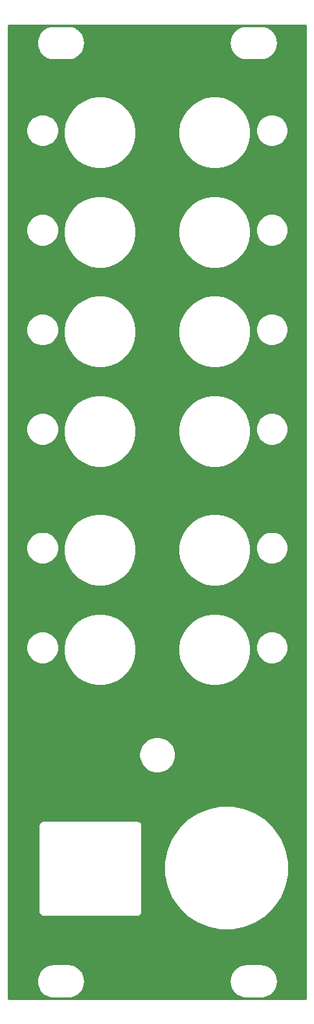
<source format=gbr>
G04 #@! TF.GenerationSoftware,KiCad,Pcbnew,(5.1.4)-1*
G04 #@! TF.CreationDate,2019-11-26T14:43:03+00:00*
G04 #@! TF.ProjectId,MidiMonger_panel,4d696469-4d6f-46e6-9765-725f70616e65,rev?*
G04 #@! TF.SameCoordinates,Original*
G04 #@! TF.FileFunction,Copper,L2,Bot*
G04 #@! TF.FilePolarity,Positive*
%FSLAX46Y46*%
G04 Gerber Fmt 4.6, Leading zero omitted, Abs format (unit mm)*
G04 Created by KiCad (PCBNEW (5.1.4)-1) date 2019-11-26 14:43:03*
%MOMM*%
%LPD*%
G04 APERTURE LIST*
%ADD10C,0.254000*%
G04 APERTURE END LIST*
D10*
G36*
X135440001Y-158590000D02*
G01*
X96560000Y-158590000D01*
X96560000Y-156300000D01*
X100254186Y-156300000D01*
X100297339Y-156738137D01*
X100425138Y-157159436D01*
X100632674Y-157547707D01*
X100911970Y-157888030D01*
X101252293Y-158167326D01*
X101640564Y-158374862D01*
X102061863Y-158502661D01*
X102390204Y-158535000D01*
X104409796Y-158535000D01*
X104738137Y-158502661D01*
X105159436Y-158374862D01*
X105547707Y-158167326D01*
X105888030Y-157888030D01*
X106167326Y-157547707D01*
X106374862Y-157159436D01*
X106502661Y-156738137D01*
X106545814Y-156300000D01*
X125454186Y-156300000D01*
X125497339Y-156738137D01*
X125625138Y-157159436D01*
X125832674Y-157547707D01*
X126111970Y-157888030D01*
X126452293Y-158167326D01*
X126840564Y-158374862D01*
X127261863Y-158502661D01*
X127590204Y-158535000D01*
X129609796Y-158535000D01*
X129938137Y-158502661D01*
X130359436Y-158374862D01*
X130747707Y-158167326D01*
X131088030Y-157888030D01*
X131367326Y-157547707D01*
X131574862Y-157159436D01*
X131702661Y-156738137D01*
X131745814Y-156300000D01*
X131702661Y-155861863D01*
X131574862Y-155440564D01*
X131367326Y-155052293D01*
X131088030Y-154711970D01*
X130747707Y-154432674D01*
X130359436Y-154225138D01*
X129938137Y-154097339D01*
X129609796Y-154065000D01*
X127590204Y-154065000D01*
X127261863Y-154097339D01*
X126840564Y-154225138D01*
X126452293Y-154432674D01*
X126111970Y-154711970D01*
X125832674Y-155052293D01*
X125625138Y-155440564D01*
X125497339Y-155861863D01*
X125454186Y-156300000D01*
X106545814Y-156300000D01*
X106502661Y-155861863D01*
X106374862Y-155440564D01*
X106167326Y-155052293D01*
X105888030Y-154711970D01*
X105547707Y-154432674D01*
X105159436Y-154225138D01*
X104738137Y-154097339D01*
X104409796Y-154065000D01*
X102390204Y-154065000D01*
X102061863Y-154097339D01*
X101640564Y-154225138D01*
X101252293Y-154432674D01*
X100911970Y-154711970D01*
X100632674Y-155052293D01*
X100425138Y-155440564D01*
X100297339Y-155861863D01*
X100254186Y-156300000D01*
X96560000Y-156300000D01*
X96560000Y-136000000D01*
X100461686Y-136000000D01*
X100465001Y-136033657D01*
X100465000Y-147166353D01*
X100461686Y-147200000D01*
X100474912Y-147334283D01*
X100514081Y-147463406D01*
X100577688Y-147582407D01*
X100663289Y-147686711D01*
X100767593Y-147772312D01*
X100886594Y-147835919D01*
X101015717Y-147875088D01*
X101150000Y-147888314D01*
X101183647Y-147885000D01*
X113316353Y-147885000D01*
X113350000Y-147888314D01*
X113484283Y-147875088D01*
X113613406Y-147835919D01*
X113732407Y-147772312D01*
X113836711Y-147686711D01*
X113922312Y-147582407D01*
X113985919Y-147463406D01*
X114025088Y-147334283D01*
X114035000Y-147233647D01*
X114035000Y-147233646D01*
X114038314Y-147200000D01*
X114035000Y-147166353D01*
X114035000Y-140698772D01*
X116915000Y-140698772D01*
X116915000Y-142301228D01*
X117227623Y-143872892D01*
X117840856Y-145353368D01*
X118731133Y-146685760D01*
X119864240Y-147818867D01*
X121196632Y-148709144D01*
X122677108Y-149322377D01*
X124248772Y-149635000D01*
X125851228Y-149635000D01*
X127422892Y-149322377D01*
X128903368Y-148709144D01*
X130235760Y-147818867D01*
X131368867Y-146685760D01*
X132259144Y-145353368D01*
X132872377Y-143872892D01*
X133185000Y-142301228D01*
X133185000Y-140698772D01*
X132872377Y-139127108D01*
X132259144Y-137646632D01*
X131368867Y-136314240D01*
X130235760Y-135181133D01*
X128903368Y-134290856D01*
X127422892Y-133677623D01*
X125851228Y-133365000D01*
X124248772Y-133365000D01*
X122677108Y-133677623D01*
X121196632Y-134290856D01*
X119864240Y-135181133D01*
X118731133Y-136314240D01*
X117840856Y-137646632D01*
X117227623Y-139127108D01*
X116915000Y-140698772D01*
X114035000Y-140698772D01*
X114035000Y-136033647D01*
X114038314Y-136000000D01*
X114025088Y-135865717D01*
X113985919Y-135736594D01*
X113922312Y-135617593D01*
X113836711Y-135513289D01*
X113732407Y-135427688D01*
X113613406Y-135364081D01*
X113484283Y-135324912D01*
X113383647Y-135315000D01*
X113350000Y-135311686D01*
X113316353Y-135315000D01*
X101183647Y-135315000D01*
X101150000Y-135311686D01*
X101116353Y-135315000D01*
X101015717Y-135324912D01*
X100886594Y-135364081D01*
X100767593Y-135427688D01*
X100663289Y-135513289D01*
X100577688Y-135617593D01*
X100514081Y-135736594D01*
X100474912Y-135865717D01*
X100461686Y-136000000D01*
X96560000Y-136000000D01*
X96560000Y-126515098D01*
X113615000Y-126515098D01*
X113615000Y-126984902D01*
X113706654Y-127445679D01*
X113886440Y-127879721D01*
X114147450Y-128270349D01*
X114479651Y-128602550D01*
X114870279Y-128863560D01*
X115304321Y-129043346D01*
X115765098Y-129135000D01*
X116234902Y-129135000D01*
X116695679Y-129043346D01*
X117129721Y-128863560D01*
X117520349Y-128602550D01*
X117852550Y-128270349D01*
X118113560Y-127879721D01*
X118293346Y-127445679D01*
X118385000Y-126984902D01*
X118385000Y-126515098D01*
X118293346Y-126054321D01*
X118113560Y-125620279D01*
X117852550Y-125229651D01*
X117520349Y-124897450D01*
X117129721Y-124636440D01*
X116695679Y-124456654D01*
X116234902Y-124365000D01*
X115765098Y-124365000D01*
X115304321Y-124456654D01*
X114870279Y-124636440D01*
X114479651Y-124897450D01*
X114147450Y-125229651D01*
X113886440Y-125620279D01*
X113706654Y-126054321D01*
X113615000Y-126515098D01*
X96560000Y-126515098D01*
X96560000Y-112528721D01*
X98865000Y-112528721D01*
X98865000Y-112949279D01*
X98947047Y-113361756D01*
X99107988Y-113750302D01*
X99341637Y-114099983D01*
X99639017Y-114397363D01*
X99988698Y-114631012D01*
X100377244Y-114791953D01*
X100789721Y-114874000D01*
X101210279Y-114874000D01*
X101622756Y-114791953D01*
X102011302Y-114631012D01*
X102360983Y-114397363D01*
X102658363Y-114099983D01*
X102892012Y-113750302D01*
X103052953Y-113361756D01*
X103135000Y-112949279D01*
X103135000Y-112533643D01*
X103765000Y-112533643D01*
X103765000Y-113466357D01*
X103946963Y-114381149D01*
X104303897Y-115242864D01*
X104822085Y-116018387D01*
X105481613Y-116677915D01*
X106257136Y-117196103D01*
X107118851Y-117553037D01*
X108033643Y-117735000D01*
X108966357Y-117735000D01*
X109881149Y-117553037D01*
X110742864Y-117196103D01*
X111518387Y-116677915D01*
X112177915Y-116018387D01*
X112696103Y-115242864D01*
X113053037Y-114381149D01*
X113235000Y-113466357D01*
X113235000Y-112533643D01*
X118765000Y-112533643D01*
X118765000Y-113466357D01*
X118946963Y-114381149D01*
X119303897Y-115242864D01*
X119822085Y-116018387D01*
X120481613Y-116677915D01*
X121257136Y-117196103D01*
X122118851Y-117553037D01*
X123033643Y-117735000D01*
X123966357Y-117735000D01*
X124881149Y-117553037D01*
X125742864Y-117196103D01*
X126518387Y-116677915D01*
X127177915Y-116018387D01*
X127696103Y-115242864D01*
X128053037Y-114381149D01*
X128235000Y-113466357D01*
X128235000Y-112533643D01*
X128234021Y-112528721D01*
X128866200Y-112528721D01*
X128866200Y-112949279D01*
X128948247Y-113361756D01*
X129109188Y-113750302D01*
X129342837Y-114099983D01*
X129640217Y-114397363D01*
X129989898Y-114631012D01*
X130378444Y-114791953D01*
X130790921Y-114874000D01*
X131211479Y-114874000D01*
X131623956Y-114791953D01*
X132012502Y-114631012D01*
X132362183Y-114397363D01*
X132659563Y-114099983D01*
X132893212Y-113750302D01*
X133054153Y-113361756D01*
X133136200Y-112949279D01*
X133136200Y-112528721D01*
X133054153Y-112116244D01*
X132893212Y-111727698D01*
X132659563Y-111378017D01*
X132362183Y-111080637D01*
X132012502Y-110846988D01*
X131623956Y-110686047D01*
X131211479Y-110604000D01*
X130790921Y-110604000D01*
X130378444Y-110686047D01*
X129989898Y-110846988D01*
X129640217Y-111080637D01*
X129342837Y-111378017D01*
X129109188Y-111727698D01*
X128948247Y-112116244D01*
X128866200Y-112528721D01*
X128234021Y-112528721D01*
X128053037Y-111618851D01*
X127696103Y-110757136D01*
X127177915Y-109981613D01*
X126518387Y-109322085D01*
X125742864Y-108803897D01*
X124881149Y-108446963D01*
X123966357Y-108265000D01*
X123033643Y-108265000D01*
X122118851Y-108446963D01*
X121257136Y-108803897D01*
X120481613Y-109322085D01*
X119822085Y-109981613D01*
X119303897Y-110757136D01*
X118946963Y-111618851D01*
X118765000Y-112533643D01*
X113235000Y-112533643D01*
X113053037Y-111618851D01*
X112696103Y-110757136D01*
X112177915Y-109981613D01*
X111518387Y-109322085D01*
X110742864Y-108803897D01*
X109881149Y-108446963D01*
X108966357Y-108265000D01*
X108033643Y-108265000D01*
X107118851Y-108446963D01*
X106257136Y-108803897D01*
X105481613Y-109322085D01*
X104822085Y-109981613D01*
X104303897Y-110757136D01*
X103946963Y-111618851D01*
X103765000Y-112533643D01*
X103135000Y-112533643D01*
X103135000Y-112528721D01*
X103052953Y-112116244D01*
X102892012Y-111727698D01*
X102658363Y-111378017D01*
X102360983Y-111080637D01*
X102011302Y-110846988D01*
X101622756Y-110686047D01*
X101210279Y-110604000D01*
X100789721Y-110604000D01*
X100377244Y-110686047D01*
X99988698Y-110846988D01*
X99639017Y-111080637D01*
X99341637Y-111378017D01*
X99107988Y-111727698D01*
X98947047Y-112116244D01*
X98865000Y-112528721D01*
X96560000Y-112528721D01*
X96560000Y-99523921D01*
X98865000Y-99523921D01*
X98865000Y-99944479D01*
X98947047Y-100356956D01*
X99107988Y-100745502D01*
X99341637Y-101095183D01*
X99639017Y-101392563D01*
X99988698Y-101626212D01*
X100377244Y-101787153D01*
X100789721Y-101869200D01*
X101210279Y-101869200D01*
X101622756Y-101787153D01*
X102011302Y-101626212D01*
X102360983Y-101392563D01*
X102658363Y-101095183D01*
X102892012Y-100745502D01*
X103052953Y-100356956D01*
X103135000Y-99944479D01*
X103135000Y-99533643D01*
X103765000Y-99533643D01*
X103765000Y-100466357D01*
X103946963Y-101381149D01*
X104303897Y-102242864D01*
X104822085Y-103018387D01*
X105481613Y-103677915D01*
X106257136Y-104196103D01*
X107118851Y-104553037D01*
X108033643Y-104735000D01*
X108966357Y-104735000D01*
X109881149Y-104553037D01*
X110742864Y-104196103D01*
X111518387Y-103677915D01*
X112177915Y-103018387D01*
X112696103Y-102242864D01*
X113053037Y-101381149D01*
X113235000Y-100466357D01*
X113235000Y-99533643D01*
X118765000Y-99533643D01*
X118765000Y-100466357D01*
X118946963Y-101381149D01*
X119303897Y-102242864D01*
X119822085Y-103018387D01*
X120481613Y-103677915D01*
X121257136Y-104196103D01*
X122118851Y-104553037D01*
X123033643Y-104735000D01*
X123966357Y-104735000D01*
X124881149Y-104553037D01*
X125742864Y-104196103D01*
X126518387Y-103677915D01*
X127177915Y-103018387D01*
X127696103Y-102242864D01*
X128053037Y-101381149D01*
X128235000Y-100466357D01*
X128235000Y-99533643D01*
X128233067Y-99523921D01*
X128866200Y-99523921D01*
X128866200Y-99944479D01*
X128948247Y-100356956D01*
X129109188Y-100745502D01*
X129342837Y-101095183D01*
X129640217Y-101392563D01*
X129989898Y-101626212D01*
X130378444Y-101787153D01*
X130790921Y-101869200D01*
X131211479Y-101869200D01*
X131623956Y-101787153D01*
X132012502Y-101626212D01*
X132362183Y-101392563D01*
X132659563Y-101095183D01*
X132893212Y-100745502D01*
X133054153Y-100356956D01*
X133136200Y-99944479D01*
X133136200Y-99523921D01*
X133054153Y-99111444D01*
X132893212Y-98722898D01*
X132659563Y-98373217D01*
X132362183Y-98075837D01*
X132012502Y-97842188D01*
X131623956Y-97681247D01*
X131211479Y-97599200D01*
X130790921Y-97599200D01*
X130378444Y-97681247D01*
X129989898Y-97842188D01*
X129640217Y-98075837D01*
X129342837Y-98373217D01*
X129109188Y-98722898D01*
X128948247Y-99111444D01*
X128866200Y-99523921D01*
X128233067Y-99523921D01*
X128053037Y-98618851D01*
X127696103Y-97757136D01*
X127177915Y-96981613D01*
X126518387Y-96322085D01*
X125742864Y-95803897D01*
X124881149Y-95446963D01*
X123966357Y-95265000D01*
X123033643Y-95265000D01*
X122118851Y-95446963D01*
X121257136Y-95803897D01*
X120481613Y-96322085D01*
X119822085Y-96981613D01*
X119303897Y-97757136D01*
X118946963Y-98618851D01*
X118765000Y-99533643D01*
X113235000Y-99533643D01*
X113053037Y-98618851D01*
X112696103Y-97757136D01*
X112177915Y-96981613D01*
X111518387Y-96322085D01*
X110742864Y-95803897D01*
X109881149Y-95446963D01*
X108966357Y-95265000D01*
X108033643Y-95265000D01*
X107118851Y-95446963D01*
X106257136Y-95803897D01*
X105481613Y-96322085D01*
X104822085Y-96981613D01*
X104303897Y-97757136D01*
X103946963Y-98618851D01*
X103765000Y-99533643D01*
X103135000Y-99533643D01*
X103135000Y-99523921D01*
X103052953Y-99111444D01*
X102892012Y-98722898D01*
X102658363Y-98373217D01*
X102360983Y-98075837D01*
X102011302Y-97842188D01*
X101622756Y-97681247D01*
X101210279Y-97599200D01*
X100789721Y-97599200D01*
X100377244Y-97681247D01*
X99988698Y-97842188D01*
X99639017Y-98075837D01*
X99341637Y-98373217D01*
X99107988Y-98722898D01*
X98947047Y-99111444D01*
X98865000Y-99523921D01*
X96560000Y-99523921D01*
X96560000Y-84011121D01*
X98865000Y-84011121D01*
X98865000Y-84431679D01*
X98947047Y-84844156D01*
X99107988Y-85232702D01*
X99341637Y-85582383D01*
X99639017Y-85879763D01*
X99988698Y-86113412D01*
X100377244Y-86274353D01*
X100789721Y-86356400D01*
X101210279Y-86356400D01*
X101622756Y-86274353D01*
X102011302Y-86113412D01*
X102360983Y-85879763D01*
X102658363Y-85582383D01*
X102892012Y-85232702D01*
X103052953Y-84844156D01*
X103135000Y-84431679D01*
X103135000Y-84033643D01*
X103765000Y-84033643D01*
X103765000Y-84966357D01*
X103946963Y-85881149D01*
X104303897Y-86742864D01*
X104822085Y-87518387D01*
X105481613Y-88177915D01*
X106257136Y-88696103D01*
X107118851Y-89053037D01*
X108033643Y-89235000D01*
X108966357Y-89235000D01*
X109881149Y-89053037D01*
X110742864Y-88696103D01*
X111518387Y-88177915D01*
X112177915Y-87518387D01*
X112696103Y-86742864D01*
X113053037Y-85881149D01*
X113235000Y-84966357D01*
X113235000Y-84033643D01*
X118765000Y-84033643D01*
X118765000Y-84966357D01*
X118946963Y-85881149D01*
X119303897Y-86742864D01*
X119822085Y-87518387D01*
X120481613Y-88177915D01*
X121257136Y-88696103D01*
X122118851Y-89053037D01*
X123033643Y-89235000D01*
X123966357Y-89235000D01*
X124881149Y-89053037D01*
X125742864Y-88696103D01*
X126518387Y-88177915D01*
X127177915Y-87518387D01*
X127696103Y-86742864D01*
X128053037Y-85881149D01*
X128235000Y-84966357D01*
X128235000Y-84033643D01*
X128230521Y-84011121D01*
X128866200Y-84011121D01*
X128866200Y-84431679D01*
X128948247Y-84844156D01*
X129109188Y-85232702D01*
X129342837Y-85582383D01*
X129640217Y-85879763D01*
X129989898Y-86113412D01*
X130378444Y-86274353D01*
X130790921Y-86356400D01*
X131211479Y-86356400D01*
X131623956Y-86274353D01*
X132012502Y-86113412D01*
X132362183Y-85879763D01*
X132659563Y-85582383D01*
X132893212Y-85232702D01*
X133054153Y-84844156D01*
X133136200Y-84431679D01*
X133136200Y-84011121D01*
X133054153Y-83598644D01*
X132893212Y-83210098D01*
X132659563Y-82860417D01*
X132362183Y-82563037D01*
X132012502Y-82329388D01*
X131623956Y-82168447D01*
X131211479Y-82086400D01*
X130790921Y-82086400D01*
X130378444Y-82168447D01*
X129989898Y-82329388D01*
X129640217Y-82563037D01*
X129342837Y-82860417D01*
X129109188Y-83210098D01*
X128948247Y-83598644D01*
X128866200Y-84011121D01*
X128230521Y-84011121D01*
X128053037Y-83118851D01*
X127696103Y-82257136D01*
X127177915Y-81481613D01*
X126518387Y-80822085D01*
X125742864Y-80303897D01*
X124881149Y-79946963D01*
X123966357Y-79765000D01*
X123033643Y-79765000D01*
X122118851Y-79946963D01*
X121257136Y-80303897D01*
X120481613Y-80822085D01*
X119822085Y-81481613D01*
X119303897Y-82257136D01*
X118946963Y-83118851D01*
X118765000Y-84033643D01*
X113235000Y-84033643D01*
X113053037Y-83118851D01*
X112696103Y-82257136D01*
X112177915Y-81481613D01*
X111518387Y-80822085D01*
X110742864Y-80303897D01*
X109881149Y-79946963D01*
X108966357Y-79765000D01*
X108033643Y-79765000D01*
X107118851Y-79946963D01*
X106257136Y-80303897D01*
X105481613Y-80822085D01*
X104822085Y-81481613D01*
X104303897Y-82257136D01*
X103946963Y-83118851D01*
X103765000Y-84033643D01*
X103135000Y-84033643D01*
X103135000Y-84011121D01*
X103052953Y-83598644D01*
X102892012Y-83210098D01*
X102658363Y-82860417D01*
X102360983Y-82563037D01*
X102011302Y-82329388D01*
X101622756Y-82168447D01*
X101210279Y-82086400D01*
X100789721Y-82086400D01*
X100377244Y-82168447D01*
X99988698Y-82329388D01*
X99639017Y-82563037D01*
X99341637Y-82860417D01*
X99107988Y-83210098D01*
X98947047Y-83598644D01*
X98865000Y-84011121D01*
X96560000Y-84011121D01*
X96560000Y-71031721D01*
X98865000Y-71031721D01*
X98865000Y-71452279D01*
X98947047Y-71864756D01*
X99107988Y-72253302D01*
X99341637Y-72602983D01*
X99639017Y-72900363D01*
X99988698Y-73134012D01*
X100377244Y-73294953D01*
X100789721Y-73377000D01*
X101210279Y-73377000D01*
X101622756Y-73294953D01*
X102011302Y-73134012D01*
X102360983Y-72900363D01*
X102658363Y-72602983D01*
X102892012Y-72253302D01*
X103052953Y-71864756D01*
X103135000Y-71452279D01*
X103135000Y-71033643D01*
X103765000Y-71033643D01*
X103765000Y-71966357D01*
X103946963Y-72881149D01*
X104303897Y-73742864D01*
X104822085Y-74518387D01*
X105481613Y-75177915D01*
X106257136Y-75696103D01*
X107118851Y-76053037D01*
X108033643Y-76235000D01*
X108966357Y-76235000D01*
X109881149Y-76053037D01*
X110742864Y-75696103D01*
X111518387Y-75177915D01*
X112177915Y-74518387D01*
X112696103Y-73742864D01*
X113053037Y-72881149D01*
X113235000Y-71966357D01*
X113235000Y-71033643D01*
X118765000Y-71033643D01*
X118765000Y-71966357D01*
X118946963Y-72881149D01*
X119303897Y-73742864D01*
X119822085Y-74518387D01*
X120481613Y-75177915D01*
X121257136Y-75696103D01*
X122118851Y-76053037D01*
X123033643Y-76235000D01*
X123966357Y-76235000D01*
X124881149Y-76053037D01*
X125742864Y-75696103D01*
X126518387Y-75177915D01*
X127177915Y-74518387D01*
X127696103Y-73742864D01*
X128053037Y-72881149D01*
X128235000Y-71966357D01*
X128235000Y-71033643D01*
X128229566Y-71006321D01*
X128866200Y-71006321D01*
X128866200Y-71426879D01*
X128948247Y-71839356D01*
X129109188Y-72227902D01*
X129342837Y-72577583D01*
X129640217Y-72874963D01*
X129989898Y-73108612D01*
X130378444Y-73269553D01*
X130790921Y-73351600D01*
X131211479Y-73351600D01*
X131623956Y-73269553D01*
X132012502Y-73108612D01*
X132362183Y-72874963D01*
X132659563Y-72577583D01*
X132893212Y-72227902D01*
X133054153Y-71839356D01*
X133136200Y-71426879D01*
X133136200Y-71006321D01*
X133054153Y-70593844D01*
X132893212Y-70205298D01*
X132659563Y-69855617D01*
X132362183Y-69558237D01*
X132012502Y-69324588D01*
X131623956Y-69163647D01*
X131211479Y-69081600D01*
X130790921Y-69081600D01*
X130378444Y-69163647D01*
X129989898Y-69324588D01*
X129640217Y-69558237D01*
X129342837Y-69855617D01*
X129109188Y-70205298D01*
X128948247Y-70593844D01*
X128866200Y-71006321D01*
X128229566Y-71006321D01*
X128053037Y-70118851D01*
X127696103Y-69257136D01*
X127177915Y-68481613D01*
X126518387Y-67822085D01*
X125742864Y-67303897D01*
X124881149Y-66946963D01*
X123966357Y-66765000D01*
X123033643Y-66765000D01*
X122118851Y-66946963D01*
X121257136Y-67303897D01*
X120481613Y-67822085D01*
X119822085Y-68481613D01*
X119303897Y-69257136D01*
X118946963Y-70118851D01*
X118765000Y-71033643D01*
X113235000Y-71033643D01*
X113053037Y-70118851D01*
X112696103Y-69257136D01*
X112177915Y-68481613D01*
X111518387Y-67822085D01*
X110742864Y-67303897D01*
X109881149Y-66946963D01*
X108966357Y-66765000D01*
X108033643Y-66765000D01*
X107118851Y-66946963D01*
X106257136Y-67303897D01*
X105481613Y-67822085D01*
X104822085Y-68481613D01*
X104303897Y-69257136D01*
X103946963Y-70118851D01*
X103765000Y-71033643D01*
X103135000Y-71033643D01*
X103135000Y-71031721D01*
X103052953Y-70619244D01*
X102892012Y-70230698D01*
X102658363Y-69881017D01*
X102360983Y-69583637D01*
X102011302Y-69349988D01*
X101622756Y-69189047D01*
X101210279Y-69107000D01*
X100789721Y-69107000D01*
X100377244Y-69189047D01*
X99988698Y-69349988D01*
X99639017Y-69583637D01*
X99341637Y-69881017D01*
X99107988Y-70230698D01*
X98947047Y-70619244D01*
X98865000Y-71031721D01*
X96560000Y-71031721D01*
X96560000Y-58026921D01*
X98868800Y-58026921D01*
X98868800Y-58447479D01*
X98950847Y-58859956D01*
X99111788Y-59248502D01*
X99345437Y-59598183D01*
X99642817Y-59895563D01*
X99992498Y-60129212D01*
X100381044Y-60290153D01*
X100793521Y-60372200D01*
X101214079Y-60372200D01*
X101626556Y-60290153D01*
X102015102Y-60129212D01*
X102364783Y-59895563D01*
X102662163Y-59598183D01*
X102895812Y-59248502D01*
X103056753Y-58859956D01*
X103138800Y-58447479D01*
X103138800Y-58033643D01*
X103765000Y-58033643D01*
X103765000Y-58966357D01*
X103946963Y-59881149D01*
X104303897Y-60742864D01*
X104822085Y-61518387D01*
X105481613Y-62177915D01*
X106257136Y-62696103D01*
X107118851Y-63053037D01*
X108033643Y-63235000D01*
X108966357Y-63235000D01*
X109881149Y-63053037D01*
X110742864Y-62696103D01*
X111518387Y-62177915D01*
X112177915Y-61518387D01*
X112696103Y-60742864D01*
X113053037Y-59881149D01*
X113235000Y-58966357D01*
X113235000Y-58033643D01*
X118765000Y-58033643D01*
X118765000Y-58966357D01*
X118946963Y-59881149D01*
X119303897Y-60742864D01*
X119822085Y-61518387D01*
X120481613Y-62177915D01*
X121257136Y-62696103D01*
X122118851Y-63053037D01*
X123033643Y-63235000D01*
X123966357Y-63235000D01*
X124881149Y-63053037D01*
X125742864Y-62696103D01*
X126518387Y-62177915D01*
X127177915Y-61518387D01*
X127696103Y-60742864D01*
X128053037Y-59881149D01*
X128235000Y-58966357D01*
X128235000Y-58033643D01*
X128233663Y-58026921D01*
X128866200Y-58026921D01*
X128866200Y-58447479D01*
X128948247Y-58859956D01*
X129109188Y-59248502D01*
X129342837Y-59598183D01*
X129640217Y-59895563D01*
X129989898Y-60129212D01*
X130378444Y-60290153D01*
X130790921Y-60372200D01*
X131211479Y-60372200D01*
X131623956Y-60290153D01*
X132012502Y-60129212D01*
X132362183Y-59895563D01*
X132659563Y-59598183D01*
X132893212Y-59248502D01*
X133054153Y-58859956D01*
X133136200Y-58447479D01*
X133136200Y-58026921D01*
X133054153Y-57614444D01*
X132893212Y-57225898D01*
X132659563Y-56876217D01*
X132362183Y-56578837D01*
X132012502Y-56345188D01*
X131623956Y-56184247D01*
X131211479Y-56102200D01*
X130790921Y-56102200D01*
X130378444Y-56184247D01*
X129989898Y-56345188D01*
X129640217Y-56578837D01*
X129342837Y-56876217D01*
X129109188Y-57225898D01*
X128948247Y-57614444D01*
X128866200Y-58026921D01*
X128233663Y-58026921D01*
X128053037Y-57118851D01*
X127696103Y-56257136D01*
X127177915Y-55481613D01*
X126518387Y-54822085D01*
X125742864Y-54303897D01*
X124881149Y-53946963D01*
X123966357Y-53765000D01*
X123033643Y-53765000D01*
X122118851Y-53946963D01*
X121257136Y-54303897D01*
X120481613Y-54822085D01*
X119822085Y-55481613D01*
X119303897Y-56257136D01*
X118946963Y-57118851D01*
X118765000Y-58033643D01*
X113235000Y-58033643D01*
X113053037Y-57118851D01*
X112696103Y-56257136D01*
X112177915Y-55481613D01*
X111518387Y-54822085D01*
X110742864Y-54303897D01*
X109881149Y-53946963D01*
X108966357Y-53765000D01*
X108033643Y-53765000D01*
X107118851Y-53946963D01*
X106257136Y-54303897D01*
X105481613Y-54822085D01*
X104822085Y-55481613D01*
X104303897Y-56257136D01*
X103946963Y-57118851D01*
X103765000Y-58033643D01*
X103138800Y-58033643D01*
X103138800Y-58026921D01*
X103056753Y-57614444D01*
X102895812Y-57225898D01*
X102662163Y-56876217D01*
X102364783Y-56578837D01*
X102015102Y-56345188D01*
X101626556Y-56184247D01*
X101214079Y-56102200D01*
X100793521Y-56102200D01*
X100381044Y-56184247D01*
X99992498Y-56345188D01*
X99642817Y-56578837D01*
X99345437Y-56876217D01*
X99111788Y-57225898D01*
X98950847Y-57614444D01*
X98868800Y-58026921D01*
X96560000Y-58026921D01*
X96560000Y-45022121D01*
X98865000Y-45022121D01*
X98865000Y-45442679D01*
X98947047Y-45855156D01*
X99107988Y-46243702D01*
X99341637Y-46593383D01*
X99639017Y-46890763D01*
X99988698Y-47124412D01*
X100377244Y-47285353D01*
X100789721Y-47367400D01*
X101210279Y-47367400D01*
X101622756Y-47285353D01*
X102011302Y-47124412D01*
X102360983Y-46890763D01*
X102658363Y-46593383D01*
X102892012Y-46243702D01*
X103052953Y-45855156D01*
X103135000Y-45442679D01*
X103135000Y-45033643D01*
X103765000Y-45033643D01*
X103765000Y-45966357D01*
X103946963Y-46881149D01*
X104303897Y-47742864D01*
X104822085Y-48518387D01*
X105481613Y-49177915D01*
X106257136Y-49696103D01*
X107118851Y-50053037D01*
X108033643Y-50235000D01*
X108966357Y-50235000D01*
X109881149Y-50053037D01*
X110742864Y-49696103D01*
X111518387Y-49177915D01*
X112177915Y-48518387D01*
X112696103Y-47742864D01*
X113053037Y-46881149D01*
X113235000Y-45966357D01*
X113235000Y-45033643D01*
X118765000Y-45033643D01*
X118765000Y-45966357D01*
X118946963Y-46881149D01*
X119303897Y-47742864D01*
X119822085Y-48518387D01*
X120481613Y-49177915D01*
X121257136Y-49696103D01*
X122118851Y-50053037D01*
X123033643Y-50235000D01*
X123966357Y-50235000D01*
X124881149Y-50053037D01*
X125742864Y-49696103D01*
X126518387Y-49177915D01*
X127177915Y-48518387D01*
X127696103Y-47742864D01*
X128053037Y-46881149D01*
X128235000Y-45966357D01*
X128235000Y-45033643D01*
X128232709Y-45022121D01*
X128866200Y-45022121D01*
X128866200Y-45442679D01*
X128948247Y-45855156D01*
X129109188Y-46243702D01*
X129342837Y-46593383D01*
X129640217Y-46890763D01*
X129989898Y-47124412D01*
X130378444Y-47285353D01*
X130790921Y-47367400D01*
X131211479Y-47367400D01*
X131623956Y-47285353D01*
X132012502Y-47124412D01*
X132362183Y-46890763D01*
X132659563Y-46593383D01*
X132893212Y-46243702D01*
X133054153Y-45855156D01*
X133136200Y-45442679D01*
X133136200Y-45022121D01*
X133054153Y-44609644D01*
X132893212Y-44221098D01*
X132659563Y-43871417D01*
X132362183Y-43574037D01*
X132012502Y-43340388D01*
X131623956Y-43179447D01*
X131211479Y-43097400D01*
X130790921Y-43097400D01*
X130378444Y-43179447D01*
X129989898Y-43340388D01*
X129640217Y-43574037D01*
X129342837Y-43871417D01*
X129109188Y-44221098D01*
X128948247Y-44609644D01*
X128866200Y-45022121D01*
X128232709Y-45022121D01*
X128053037Y-44118851D01*
X127696103Y-43257136D01*
X127177915Y-42481613D01*
X126518387Y-41822085D01*
X125742864Y-41303897D01*
X124881149Y-40946963D01*
X123966357Y-40765000D01*
X123033643Y-40765000D01*
X122118851Y-40946963D01*
X121257136Y-41303897D01*
X120481613Y-41822085D01*
X119822085Y-42481613D01*
X119303897Y-43257136D01*
X118946963Y-44118851D01*
X118765000Y-45033643D01*
X113235000Y-45033643D01*
X113053037Y-44118851D01*
X112696103Y-43257136D01*
X112177915Y-42481613D01*
X111518387Y-41822085D01*
X110742864Y-41303897D01*
X109881149Y-40946963D01*
X108966357Y-40765000D01*
X108033643Y-40765000D01*
X107118851Y-40946963D01*
X106257136Y-41303897D01*
X105481613Y-41822085D01*
X104822085Y-42481613D01*
X104303897Y-43257136D01*
X103946963Y-44118851D01*
X103765000Y-45033643D01*
X103135000Y-45033643D01*
X103135000Y-45022121D01*
X103052953Y-44609644D01*
X102892012Y-44221098D01*
X102658363Y-43871417D01*
X102360983Y-43574037D01*
X102011302Y-43340388D01*
X101622756Y-43179447D01*
X101210279Y-43097400D01*
X100789721Y-43097400D01*
X100377244Y-43179447D01*
X99988698Y-43340388D01*
X99639017Y-43574037D01*
X99341637Y-43871417D01*
X99107988Y-44221098D01*
X98947047Y-44609644D01*
X98865000Y-45022121D01*
X96560000Y-45022121D01*
X96560000Y-33800000D01*
X100254186Y-33800000D01*
X100297339Y-34238137D01*
X100425138Y-34659436D01*
X100632674Y-35047707D01*
X100911970Y-35388030D01*
X101252293Y-35667326D01*
X101640564Y-35874862D01*
X102061863Y-36002661D01*
X102390204Y-36035000D01*
X104409796Y-36035000D01*
X104738137Y-36002661D01*
X105159436Y-35874862D01*
X105547707Y-35667326D01*
X105888030Y-35388030D01*
X106167326Y-35047707D01*
X106374862Y-34659436D01*
X106502661Y-34238137D01*
X106545814Y-33800000D01*
X125454186Y-33800000D01*
X125497339Y-34238137D01*
X125625138Y-34659436D01*
X125832674Y-35047707D01*
X126111970Y-35388030D01*
X126452293Y-35667326D01*
X126840564Y-35874862D01*
X127261863Y-36002661D01*
X127590204Y-36035000D01*
X129609796Y-36035000D01*
X129938137Y-36002661D01*
X130359436Y-35874862D01*
X130747707Y-35667326D01*
X131088030Y-35388030D01*
X131367326Y-35047707D01*
X131574862Y-34659436D01*
X131702661Y-34238137D01*
X131745814Y-33800000D01*
X131702661Y-33361863D01*
X131574862Y-32940564D01*
X131367326Y-32552293D01*
X131088030Y-32211970D01*
X130747707Y-31932674D01*
X130359436Y-31725138D01*
X129938137Y-31597339D01*
X129609796Y-31565000D01*
X127590204Y-31565000D01*
X127261863Y-31597339D01*
X126840564Y-31725138D01*
X126452293Y-31932674D01*
X126111970Y-32211970D01*
X125832674Y-32552293D01*
X125625138Y-32940564D01*
X125497339Y-33361863D01*
X125454186Y-33800000D01*
X106545814Y-33800000D01*
X106502661Y-33361863D01*
X106374862Y-32940564D01*
X106167326Y-32552293D01*
X105888030Y-32211970D01*
X105547707Y-31932674D01*
X105159436Y-31725138D01*
X104738137Y-31597339D01*
X104409796Y-31565000D01*
X102390204Y-31565000D01*
X102061863Y-31597339D01*
X101640564Y-31725138D01*
X101252293Y-31932674D01*
X100911970Y-32211970D01*
X100632674Y-32552293D01*
X100425138Y-32940564D01*
X100297339Y-33361863D01*
X100254186Y-33800000D01*
X96560000Y-33800000D01*
X96560000Y-31510000D01*
X135440000Y-31510000D01*
X135440001Y-158590000D01*
X135440001Y-158590000D01*
G37*
X135440001Y-158590000D02*
X96560000Y-158590000D01*
X96560000Y-156300000D01*
X100254186Y-156300000D01*
X100297339Y-156738137D01*
X100425138Y-157159436D01*
X100632674Y-157547707D01*
X100911970Y-157888030D01*
X101252293Y-158167326D01*
X101640564Y-158374862D01*
X102061863Y-158502661D01*
X102390204Y-158535000D01*
X104409796Y-158535000D01*
X104738137Y-158502661D01*
X105159436Y-158374862D01*
X105547707Y-158167326D01*
X105888030Y-157888030D01*
X106167326Y-157547707D01*
X106374862Y-157159436D01*
X106502661Y-156738137D01*
X106545814Y-156300000D01*
X125454186Y-156300000D01*
X125497339Y-156738137D01*
X125625138Y-157159436D01*
X125832674Y-157547707D01*
X126111970Y-157888030D01*
X126452293Y-158167326D01*
X126840564Y-158374862D01*
X127261863Y-158502661D01*
X127590204Y-158535000D01*
X129609796Y-158535000D01*
X129938137Y-158502661D01*
X130359436Y-158374862D01*
X130747707Y-158167326D01*
X131088030Y-157888030D01*
X131367326Y-157547707D01*
X131574862Y-157159436D01*
X131702661Y-156738137D01*
X131745814Y-156300000D01*
X131702661Y-155861863D01*
X131574862Y-155440564D01*
X131367326Y-155052293D01*
X131088030Y-154711970D01*
X130747707Y-154432674D01*
X130359436Y-154225138D01*
X129938137Y-154097339D01*
X129609796Y-154065000D01*
X127590204Y-154065000D01*
X127261863Y-154097339D01*
X126840564Y-154225138D01*
X126452293Y-154432674D01*
X126111970Y-154711970D01*
X125832674Y-155052293D01*
X125625138Y-155440564D01*
X125497339Y-155861863D01*
X125454186Y-156300000D01*
X106545814Y-156300000D01*
X106502661Y-155861863D01*
X106374862Y-155440564D01*
X106167326Y-155052293D01*
X105888030Y-154711970D01*
X105547707Y-154432674D01*
X105159436Y-154225138D01*
X104738137Y-154097339D01*
X104409796Y-154065000D01*
X102390204Y-154065000D01*
X102061863Y-154097339D01*
X101640564Y-154225138D01*
X101252293Y-154432674D01*
X100911970Y-154711970D01*
X100632674Y-155052293D01*
X100425138Y-155440564D01*
X100297339Y-155861863D01*
X100254186Y-156300000D01*
X96560000Y-156300000D01*
X96560000Y-136000000D01*
X100461686Y-136000000D01*
X100465001Y-136033657D01*
X100465000Y-147166353D01*
X100461686Y-147200000D01*
X100474912Y-147334283D01*
X100514081Y-147463406D01*
X100577688Y-147582407D01*
X100663289Y-147686711D01*
X100767593Y-147772312D01*
X100886594Y-147835919D01*
X101015717Y-147875088D01*
X101150000Y-147888314D01*
X101183647Y-147885000D01*
X113316353Y-147885000D01*
X113350000Y-147888314D01*
X113484283Y-147875088D01*
X113613406Y-147835919D01*
X113732407Y-147772312D01*
X113836711Y-147686711D01*
X113922312Y-147582407D01*
X113985919Y-147463406D01*
X114025088Y-147334283D01*
X114035000Y-147233647D01*
X114035000Y-147233646D01*
X114038314Y-147200000D01*
X114035000Y-147166353D01*
X114035000Y-140698772D01*
X116915000Y-140698772D01*
X116915000Y-142301228D01*
X117227623Y-143872892D01*
X117840856Y-145353368D01*
X118731133Y-146685760D01*
X119864240Y-147818867D01*
X121196632Y-148709144D01*
X122677108Y-149322377D01*
X124248772Y-149635000D01*
X125851228Y-149635000D01*
X127422892Y-149322377D01*
X128903368Y-148709144D01*
X130235760Y-147818867D01*
X131368867Y-146685760D01*
X132259144Y-145353368D01*
X132872377Y-143872892D01*
X133185000Y-142301228D01*
X133185000Y-140698772D01*
X132872377Y-139127108D01*
X132259144Y-137646632D01*
X131368867Y-136314240D01*
X130235760Y-135181133D01*
X128903368Y-134290856D01*
X127422892Y-133677623D01*
X125851228Y-133365000D01*
X124248772Y-133365000D01*
X122677108Y-133677623D01*
X121196632Y-134290856D01*
X119864240Y-135181133D01*
X118731133Y-136314240D01*
X117840856Y-137646632D01*
X117227623Y-139127108D01*
X116915000Y-140698772D01*
X114035000Y-140698772D01*
X114035000Y-136033647D01*
X114038314Y-136000000D01*
X114025088Y-135865717D01*
X113985919Y-135736594D01*
X113922312Y-135617593D01*
X113836711Y-135513289D01*
X113732407Y-135427688D01*
X113613406Y-135364081D01*
X113484283Y-135324912D01*
X113383647Y-135315000D01*
X113350000Y-135311686D01*
X113316353Y-135315000D01*
X101183647Y-135315000D01*
X101150000Y-135311686D01*
X101116353Y-135315000D01*
X101015717Y-135324912D01*
X100886594Y-135364081D01*
X100767593Y-135427688D01*
X100663289Y-135513289D01*
X100577688Y-135617593D01*
X100514081Y-135736594D01*
X100474912Y-135865717D01*
X100461686Y-136000000D01*
X96560000Y-136000000D01*
X96560000Y-126515098D01*
X113615000Y-126515098D01*
X113615000Y-126984902D01*
X113706654Y-127445679D01*
X113886440Y-127879721D01*
X114147450Y-128270349D01*
X114479651Y-128602550D01*
X114870279Y-128863560D01*
X115304321Y-129043346D01*
X115765098Y-129135000D01*
X116234902Y-129135000D01*
X116695679Y-129043346D01*
X117129721Y-128863560D01*
X117520349Y-128602550D01*
X117852550Y-128270349D01*
X118113560Y-127879721D01*
X118293346Y-127445679D01*
X118385000Y-126984902D01*
X118385000Y-126515098D01*
X118293346Y-126054321D01*
X118113560Y-125620279D01*
X117852550Y-125229651D01*
X117520349Y-124897450D01*
X117129721Y-124636440D01*
X116695679Y-124456654D01*
X116234902Y-124365000D01*
X115765098Y-124365000D01*
X115304321Y-124456654D01*
X114870279Y-124636440D01*
X114479651Y-124897450D01*
X114147450Y-125229651D01*
X113886440Y-125620279D01*
X113706654Y-126054321D01*
X113615000Y-126515098D01*
X96560000Y-126515098D01*
X96560000Y-112528721D01*
X98865000Y-112528721D01*
X98865000Y-112949279D01*
X98947047Y-113361756D01*
X99107988Y-113750302D01*
X99341637Y-114099983D01*
X99639017Y-114397363D01*
X99988698Y-114631012D01*
X100377244Y-114791953D01*
X100789721Y-114874000D01*
X101210279Y-114874000D01*
X101622756Y-114791953D01*
X102011302Y-114631012D01*
X102360983Y-114397363D01*
X102658363Y-114099983D01*
X102892012Y-113750302D01*
X103052953Y-113361756D01*
X103135000Y-112949279D01*
X103135000Y-112533643D01*
X103765000Y-112533643D01*
X103765000Y-113466357D01*
X103946963Y-114381149D01*
X104303897Y-115242864D01*
X104822085Y-116018387D01*
X105481613Y-116677915D01*
X106257136Y-117196103D01*
X107118851Y-117553037D01*
X108033643Y-117735000D01*
X108966357Y-117735000D01*
X109881149Y-117553037D01*
X110742864Y-117196103D01*
X111518387Y-116677915D01*
X112177915Y-116018387D01*
X112696103Y-115242864D01*
X113053037Y-114381149D01*
X113235000Y-113466357D01*
X113235000Y-112533643D01*
X118765000Y-112533643D01*
X118765000Y-113466357D01*
X118946963Y-114381149D01*
X119303897Y-115242864D01*
X119822085Y-116018387D01*
X120481613Y-116677915D01*
X121257136Y-117196103D01*
X122118851Y-117553037D01*
X123033643Y-117735000D01*
X123966357Y-117735000D01*
X124881149Y-117553037D01*
X125742864Y-117196103D01*
X126518387Y-116677915D01*
X127177915Y-116018387D01*
X127696103Y-115242864D01*
X128053037Y-114381149D01*
X128235000Y-113466357D01*
X128235000Y-112533643D01*
X128234021Y-112528721D01*
X128866200Y-112528721D01*
X128866200Y-112949279D01*
X128948247Y-113361756D01*
X129109188Y-113750302D01*
X129342837Y-114099983D01*
X129640217Y-114397363D01*
X129989898Y-114631012D01*
X130378444Y-114791953D01*
X130790921Y-114874000D01*
X131211479Y-114874000D01*
X131623956Y-114791953D01*
X132012502Y-114631012D01*
X132362183Y-114397363D01*
X132659563Y-114099983D01*
X132893212Y-113750302D01*
X133054153Y-113361756D01*
X133136200Y-112949279D01*
X133136200Y-112528721D01*
X133054153Y-112116244D01*
X132893212Y-111727698D01*
X132659563Y-111378017D01*
X132362183Y-111080637D01*
X132012502Y-110846988D01*
X131623956Y-110686047D01*
X131211479Y-110604000D01*
X130790921Y-110604000D01*
X130378444Y-110686047D01*
X129989898Y-110846988D01*
X129640217Y-111080637D01*
X129342837Y-111378017D01*
X129109188Y-111727698D01*
X128948247Y-112116244D01*
X128866200Y-112528721D01*
X128234021Y-112528721D01*
X128053037Y-111618851D01*
X127696103Y-110757136D01*
X127177915Y-109981613D01*
X126518387Y-109322085D01*
X125742864Y-108803897D01*
X124881149Y-108446963D01*
X123966357Y-108265000D01*
X123033643Y-108265000D01*
X122118851Y-108446963D01*
X121257136Y-108803897D01*
X120481613Y-109322085D01*
X119822085Y-109981613D01*
X119303897Y-110757136D01*
X118946963Y-111618851D01*
X118765000Y-112533643D01*
X113235000Y-112533643D01*
X113053037Y-111618851D01*
X112696103Y-110757136D01*
X112177915Y-109981613D01*
X111518387Y-109322085D01*
X110742864Y-108803897D01*
X109881149Y-108446963D01*
X108966357Y-108265000D01*
X108033643Y-108265000D01*
X107118851Y-108446963D01*
X106257136Y-108803897D01*
X105481613Y-109322085D01*
X104822085Y-109981613D01*
X104303897Y-110757136D01*
X103946963Y-111618851D01*
X103765000Y-112533643D01*
X103135000Y-112533643D01*
X103135000Y-112528721D01*
X103052953Y-112116244D01*
X102892012Y-111727698D01*
X102658363Y-111378017D01*
X102360983Y-111080637D01*
X102011302Y-110846988D01*
X101622756Y-110686047D01*
X101210279Y-110604000D01*
X100789721Y-110604000D01*
X100377244Y-110686047D01*
X99988698Y-110846988D01*
X99639017Y-111080637D01*
X99341637Y-111378017D01*
X99107988Y-111727698D01*
X98947047Y-112116244D01*
X98865000Y-112528721D01*
X96560000Y-112528721D01*
X96560000Y-99523921D01*
X98865000Y-99523921D01*
X98865000Y-99944479D01*
X98947047Y-100356956D01*
X99107988Y-100745502D01*
X99341637Y-101095183D01*
X99639017Y-101392563D01*
X99988698Y-101626212D01*
X100377244Y-101787153D01*
X100789721Y-101869200D01*
X101210279Y-101869200D01*
X101622756Y-101787153D01*
X102011302Y-101626212D01*
X102360983Y-101392563D01*
X102658363Y-101095183D01*
X102892012Y-100745502D01*
X103052953Y-100356956D01*
X103135000Y-99944479D01*
X103135000Y-99533643D01*
X103765000Y-99533643D01*
X103765000Y-100466357D01*
X103946963Y-101381149D01*
X104303897Y-102242864D01*
X104822085Y-103018387D01*
X105481613Y-103677915D01*
X106257136Y-104196103D01*
X107118851Y-104553037D01*
X108033643Y-104735000D01*
X108966357Y-104735000D01*
X109881149Y-104553037D01*
X110742864Y-104196103D01*
X111518387Y-103677915D01*
X112177915Y-103018387D01*
X112696103Y-102242864D01*
X113053037Y-101381149D01*
X113235000Y-100466357D01*
X113235000Y-99533643D01*
X118765000Y-99533643D01*
X118765000Y-100466357D01*
X118946963Y-101381149D01*
X119303897Y-102242864D01*
X119822085Y-103018387D01*
X120481613Y-103677915D01*
X121257136Y-104196103D01*
X122118851Y-104553037D01*
X123033643Y-104735000D01*
X123966357Y-104735000D01*
X124881149Y-104553037D01*
X125742864Y-104196103D01*
X126518387Y-103677915D01*
X127177915Y-103018387D01*
X127696103Y-102242864D01*
X128053037Y-101381149D01*
X128235000Y-100466357D01*
X128235000Y-99533643D01*
X128233067Y-99523921D01*
X128866200Y-99523921D01*
X128866200Y-99944479D01*
X128948247Y-100356956D01*
X129109188Y-100745502D01*
X129342837Y-101095183D01*
X129640217Y-101392563D01*
X129989898Y-101626212D01*
X130378444Y-101787153D01*
X130790921Y-101869200D01*
X131211479Y-101869200D01*
X131623956Y-101787153D01*
X132012502Y-101626212D01*
X132362183Y-101392563D01*
X132659563Y-101095183D01*
X132893212Y-100745502D01*
X133054153Y-100356956D01*
X133136200Y-99944479D01*
X133136200Y-99523921D01*
X133054153Y-99111444D01*
X132893212Y-98722898D01*
X132659563Y-98373217D01*
X132362183Y-98075837D01*
X132012502Y-97842188D01*
X131623956Y-97681247D01*
X131211479Y-97599200D01*
X130790921Y-97599200D01*
X130378444Y-97681247D01*
X129989898Y-97842188D01*
X129640217Y-98075837D01*
X129342837Y-98373217D01*
X129109188Y-98722898D01*
X128948247Y-99111444D01*
X128866200Y-99523921D01*
X128233067Y-99523921D01*
X128053037Y-98618851D01*
X127696103Y-97757136D01*
X127177915Y-96981613D01*
X126518387Y-96322085D01*
X125742864Y-95803897D01*
X124881149Y-95446963D01*
X123966357Y-95265000D01*
X123033643Y-95265000D01*
X122118851Y-95446963D01*
X121257136Y-95803897D01*
X120481613Y-96322085D01*
X119822085Y-96981613D01*
X119303897Y-97757136D01*
X118946963Y-98618851D01*
X118765000Y-99533643D01*
X113235000Y-99533643D01*
X113053037Y-98618851D01*
X112696103Y-97757136D01*
X112177915Y-96981613D01*
X111518387Y-96322085D01*
X110742864Y-95803897D01*
X109881149Y-95446963D01*
X108966357Y-95265000D01*
X108033643Y-95265000D01*
X107118851Y-95446963D01*
X106257136Y-95803897D01*
X105481613Y-96322085D01*
X104822085Y-96981613D01*
X104303897Y-97757136D01*
X103946963Y-98618851D01*
X103765000Y-99533643D01*
X103135000Y-99533643D01*
X103135000Y-99523921D01*
X103052953Y-99111444D01*
X102892012Y-98722898D01*
X102658363Y-98373217D01*
X102360983Y-98075837D01*
X102011302Y-97842188D01*
X101622756Y-97681247D01*
X101210279Y-97599200D01*
X100789721Y-97599200D01*
X100377244Y-97681247D01*
X99988698Y-97842188D01*
X99639017Y-98075837D01*
X99341637Y-98373217D01*
X99107988Y-98722898D01*
X98947047Y-99111444D01*
X98865000Y-99523921D01*
X96560000Y-99523921D01*
X96560000Y-84011121D01*
X98865000Y-84011121D01*
X98865000Y-84431679D01*
X98947047Y-84844156D01*
X99107988Y-85232702D01*
X99341637Y-85582383D01*
X99639017Y-85879763D01*
X99988698Y-86113412D01*
X100377244Y-86274353D01*
X100789721Y-86356400D01*
X101210279Y-86356400D01*
X101622756Y-86274353D01*
X102011302Y-86113412D01*
X102360983Y-85879763D01*
X102658363Y-85582383D01*
X102892012Y-85232702D01*
X103052953Y-84844156D01*
X103135000Y-84431679D01*
X103135000Y-84033643D01*
X103765000Y-84033643D01*
X103765000Y-84966357D01*
X103946963Y-85881149D01*
X104303897Y-86742864D01*
X104822085Y-87518387D01*
X105481613Y-88177915D01*
X106257136Y-88696103D01*
X107118851Y-89053037D01*
X108033643Y-89235000D01*
X108966357Y-89235000D01*
X109881149Y-89053037D01*
X110742864Y-88696103D01*
X111518387Y-88177915D01*
X112177915Y-87518387D01*
X112696103Y-86742864D01*
X113053037Y-85881149D01*
X113235000Y-84966357D01*
X113235000Y-84033643D01*
X118765000Y-84033643D01*
X118765000Y-84966357D01*
X118946963Y-85881149D01*
X119303897Y-86742864D01*
X119822085Y-87518387D01*
X120481613Y-88177915D01*
X121257136Y-88696103D01*
X122118851Y-89053037D01*
X123033643Y-89235000D01*
X123966357Y-89235000D01*
X124881149Y-89053037D01*
X125742864Y-88696103D01*
X126518387Y-88177915D01*
X127177915Y-87518387D01*
X127696103Y-86742864D01*
X128053037Y-85881149D01*
X128235000Y-84966357D01*
X128235000Y-84033643D01*
X128230521Y-84011121D01*
X128866200Y-84011121D01*
X128866200Y-84431679D01*
X128948247Y-84844156D01*
X129109188Y-85232702D01*
X129342837Y-85582383D01*
X129640217Y-85879763D01*
X129989898Y-86113412D01*
X130378444Y-86274353D01*
X130790921Y-86356400D01*
X131211479Y-86356400D01*
X131623956Y-86274353D01*
X132012502Y-86113412D01*
X132362183Y-85879763D01*
X132659563Y-85582383D01*
X132893212Y-85232702D01*
X133054153Y-84844156D01*
X133136200Y-84431679D01*
X133136200Y-84011121D01*
X133054153Y-83598644D01*
X132893212Y-83210098D01*
X132659563Y-82860417D01*
X132362183Y-82563037D01*
X132012502Y-82329388D01*
X131623956Y-82168447D01*
X131211479Y-82086400D01*
X130790921Y-82086400D01*
X130378444Y-82168447D01*
X129989898Y-82329388D01*
X129640217Y-82563037D01*
X129342837Y-82860417D01*
X129109188Y-83210098D01*
X128948247Y-83598644D01*
X128866200Y-84011121D01*
X128230521Y-84011121D01*
X128053037Y-83118851D01*
X127696103Y-82257136D01*
X127177915Y-81481613D01*
X126518387Y-80822085D01*
X125742864Y-80303897D01*
X124881149Y-79946963D01*
X123966357Y-79765000D01*
X123033643Y-79765000D01*
X122118851Y-79946963D01*
X121257136Y-80303897D01*
X120481613Y-80822085D01*
X119822085Y-81481613D01*
X119303897Y-82257136D01*
X118946963Y-83118851D01*
X118765000Y-84033643D01*
X113235000Y-84033643D01*
X113053037Y-83118851D01*
X112696103Y-82257136D01*
X112177915Y-81481613D01*
X111518387Y-80822085D01*
X110742864Y-80303897D01*
X109881149Y-79946963D01*
X108966357Y-79765000D01*
X108033643Y-79765000D01*
X107118851Y-79946963D01*
X106257136Y-80303897D01*
X105481613Y-80822085D01*
X104822085Y-81481613D01*
X104303897Y-82257136D01*
X103946963Y-83118851D01*
X103765000Y-84033643D01*
X103135000Y-84033643D01*
X103135000Y-84011121D01*
X103052953Y-83598644D01*
X102892012Y-83210098D01*
X102658363Y-82860417D01*
X102360983Y-82563037D01*
X102011302Y-82329388D01*
X101622756Y-82168447D01*
X101210279Y-82086400D01*
X100789721Y-82086400D01*
X100377244Y-82168447D01*
X99988698Y-82329388D01*
X99639017Y-82563037D01*
X99341637Y-82860417D01*
X99107988Y-83210098D01*
X98947047Y-83598644D01*
X98865000Y-84011121D01*
X96560000Y-84011121D01*
X96560000Y-71031721D01*
X98865000Y-71031721D01*
X98865000Y-71452279D01*
X98947047Y-71864756D01*
X99107988Y-72253302D01*
X99341637Y-72602983D01*
X99639017Y-72900363D01*
X99988698Y-73134012D01*
X100377244Y-73294953D01*
X100789721Y-73377000D01*
X101210279Y-73377000D01*
X101622756Y-73294953D01*
X102011302Y-73134012D01*
X102360983Y-72900363D01*
X102658363Y-72602983D01*
X102892012Y-72253302D01*
X103052953Y-71864756D01*
X103135000Y-71452279D01*
X103135000Y-71033643D01*
X103765000Y-71033643D01*
X103765000Y-71966357D01*
X103946963Y-72881149D01*
X104303897Y-73742864D01*
X104822085Y-74518387D01*
X105481613Y-75177915D01*
X106257136Y-75696103D01*
X107118851Y-76053037D01*
X108033643Y-76235000D01*
X108966357Y-76235000D01*
X109881149Y-76053037D01*
X110742864Y-75696103D01*
X111518387Y-75177915D01*
X112177915Y-74518387D01*
X112696103Y-73742864D01*
X113053037Y-72881149D01*
X113235000Y-71966357D01*
X113235000Y-71033643D01*
X118765000Y-71033643D01*
X118765000Y-71966357D01*
X118946963Y-72881149D01*
X119303897Y-73742864D01*
X119822085Y-74518387D01*
X120481613Y-75177915D01*
X121257136Y-75696103D01*
X122118851Y-76053037D01*
X123033643Y-76235000D01*
X123966357Y-76235000D01*
X124881149Y-76053037D01*
X125742864Y-75696103D01*
X126518387Y-75177915D01*
X127177915Y-74518387D01*
X127696103Y-73742864D01*
X128053037Y-72881149D01*
X128235000Y-71966357D01*
X128235000Y-71033643D01*
X128229566Y-71006321D01*
X128866200Y-71006321D01*
X128866200Y-71426879D01*
X128948247Y-71839356D01*
X129109188Y-72227902D01*
X129342837Y-72577583D01*
X129640217Y-72874963D01*
X129989898Y-73108612D01*
X130378444Y-73269553D01*
X130790921Y-73351600D01*
X131211479Y-73351600D01*
X131623956Y-73269553D01*
X132012502Y-73108612D01*
X132362183Y-72874963D01*
X132659563Y-72577583D01*
X132893212Y-72227902D01*
X133054153Y-71839356D01*
X133136200Y-71426879D01*
X133136200Y-71006321D01*
X133054153Y-70593844D01*
X132893212Y-70205298D01*
X132659563Y-69855617D01*
X132362183Y-69558237D01*
X132012502Y-69324588D01*
X131623956Y-69163647D01*
X131211479Y-69081600D01*
X130790921Y-69081600D01*
X130378444Y-69163647D01*
X129989898Y-69324588D01*
X129640217Y-69558237D01*
X129342837Y-69855617D01*
X129109188Y-70205298D01*
X128948247Y-70593844D01*
X128866200Y-71006321D01*
X128229566Y-71006321D01*
X128053037Y-70118851D01*
X127696103Y-69257136D01*
X127177915Y-68481613D01*
X126518387Y-67822085D01*
X125742864Y-67303897D01*
X124881149Y-66946963D01*
X123966357Y-66765000D01*
X123033643Y-66765000D01*
X122118851Y-66946963D01*
X121257136Y-67303897D01*
X120481613Y-67822085D01*
X119822085Y-68481613D01*
X119303897Y-69257136D01*
X118946963Y-70118851D01*
X118765000Y-71033643D01*
X113235000Y-71033643D01*
X113053037Y-70118851D01*
X112696103Y-69257136D01*
X112177915Y-68481613D01*
X111518387Y-67822085D01*
X110742864Y-67303897D01*
X109881149Y-66946963D01*
X108966357Y-66765000D01*
X108033643Y-66765000D01*
X107118851Y-66946963D01*
X106257136Y-67303897D01*
X105481613Y-67822085D01*
X104822085Y-68481613D01*
X104303897Y-69257136D01*
X103946963Y-70118851D01*
X103765000Y-71033643D01*
X103135000Y-71033643D01*
X103135000Y-71031721D01*
X103052953Y-70619244D01*
X102892012Y-70230698D01*
X102658363Y-69881017D01*
X102360983Y-69583637D01*
X102011302Y-69349988D01*
X101622756Y-69189047D01*
X101210279Y-69107000D01*
X100789721Y-69107000D01*
X100377244Y-69189047D01*
X99988698Y-69349988D01*
X99639017Y-69583637D01*
X99341637Y-69881017D01*
X99107988Y-70230698D01*
X98947047Y-70619244D01*
X98865000Y-71031721D01*
X96560000Y-71031721D01*
X96560000Y-58026921D01*
X98868800Y-58026921D01*
X98868800Y-58447479D01*
X98950847Y-58859956D01*
X99111788Y-59248502D01*
X99345437Y-59598183D01*
X99642817Y-59895563D01*
X99992498Y-60129212D01*
X100381044Y-60290153D01*
X100793521Y-60372200D01*
X101214079Y-60372200D01*
X101626556Y-60290153D01*
X102015102Y-60129212D01*
X102364783Y-59895563D01*
X102662163Y-59598183D01*
X102895812Y-59248502D01*
X103056753Y-58859956D01*
X103138800Y-58447479D01*
X103138800Y-58033643D01*
X103765000Y-58033643D01*
X103765000Y-58966357D01*
X103946963Y-59881149D01*
X104303897Y-60742864D01*
X104822085Y-61518387D01*
X105481613Y-62177915D01*
X106257136Y-62696103D01*
X107118851Y-63053037D01*
X108033643Y-63235000D01*
X108966357Y-63235000D01*
X109881149Y-63053037D01*
X110742864Y-62696103D01*
X111518387Y-62177915D01*
X112177915Y-61518387D01*
X112696103Y-60742864D01*
X113053037Y-59881149D01*
X113235000Y-58966357D01*
X113235000Y-58033643D01*
X118765000Y-58033643D01*
X118765000Y-58966357D01*
X118946963Y-59881149D01*
X119303897Y-60742864D01*
X119822085Y-61518387D01*
X120481613Y-62177915D01*
X121257136Y-62696103D01*
X122118851Y-63053037D01*
X123033643Y-63235000D01*
X123966357Y-63235000D01*
X124881149Y-63053037D01*
X125742864Y-62696103D01*
X126518387Y-62177915D01*
X127177915Y-61518387D01*
X127696103Y-60742864D01*
X128053037Y-59881149D01*
X128235000Y-58966357D01*
X128235000Y-58033643D01*
X128233663Y-58026921D01*
X128866200Y-58026921D01*
X128866200Y-58447479D01*
X128948247Y-58859956D01*
X129109188Y-59248502D01*
X129342837Y-59598183D01*
X129640217Y-59895563D01*
X129989898Y-60129212D01*
X130378444Y-60290153D01*
X130790921Y-60372200D01*
X131211479Y-60372200D01*
X131623956Y-60290153D01*
X132012502Y-60129212D01*
X132362183Y-59895563D01*
X132659563Y-59598183D01*
X132893212Y-59248502D01*
X133054153Y-58859956D01*
X133136200Y-58447479D01*
X133136200Y-58026921D01*
X133054153Y-57614444D01*
X132893212Y-57225898D01*
X132659563Y-56876217D01*
X132362183Y-56578837D01*
X132012502Y-56345188D01*
X131623956Y-56184247D01*
X131211479Y-56102200D01*
X130790921Y-56102200D01*
X130378444Y-56184247D01*
X129989898Y-56345188D01*
X129640217Y-56578837D01*
X129342837Y-56876217D01*
X129109188Y-57225898D01*
X128948247Y-57614444D01*
X128866200Y-58026921D01*
X128233663Y-58026921D01*
X128053037Y-57118851D01*
X127696103Y-56257136D01*
X127177915Y-55481613D01*
X126518387Y-54822085D01*
X125742864Y-54303897D01*
X124881149Y-53946963D01*
X123966357Y-53765000D01*
X123033643Y-53765000D01*
X122118851Y-53946963D01*
X121257136Y-54303897D01*
X120481613Y-54822085D01*
X119822085Y-55481613D01*
X119303897Y-56257136D01*
X118946963Y-57118851D01*
X118765000Y-58033643D01*
X113235000Y-58033643D01*
X113053037Y-57118851D01*
X112696103Y-56257136D01*
X112177915Y-55481613D01*
X111518387Y-54822085D01*
X110742864Y-54303897D01*
X109881149Y-53946963D01*
X108966357Y-53765000D01*
X108033643Y-53765000D01*
X107118851Y-53946963D01*
X106257136Y-54303897D01*
X105481613Y-54822085D01*
X104822085Y-55481613D01*
X104303897Y-56257136D01*
X103946963Y-57118851D01*
X103765000Y-58033643D01*
X103138800Y-58033643D01*
X103138800Y-58026921D01*
X103056753Y-57614444D01*
X102895812Y-57225898D01*
X102662163Y-56876217D01*
X102364783Y-56578837D01*
X102015102Y-56345188D01*
X101626556Y-56184247D01*
X101214079Y-56102200D01*
X100793521Y-56102200D01*
X100381044Y-56184247D01*
X99992498Y-56345188D01*
X99642817Y-56578837D01*
X99345437Y-56876217D01*
X99111788Y-57225898D01*
X98950847Y-57614444D01*
X98868800Y-58026921D01*
X96560000Y-58026921D01*
X96560000Y-45022121D01*
X98865000Y-45022121D01*
X98865000Y-45442679D01*
X98947047Y-45855156D01*
X99107988Y-46243702D01*
X99341637Y-46593383D01*
X99639017Y-46890763D01*
X99988698Y-47124412D01*
X100377244Y-47285353D01*
X100789721Y-47367400D01*
X101210279Y-47367400D01*
X101622756Y-47285353D01*
X102011302Y-47124412D01*
X102360983Y-46890763D01*
X102658363Y-46593383D01*
X102892012Y-46243702D01*
X103052953Y-45855156D01*
X103135000Y-45442679D01*
X103135000Y-45033643D01*
X103765000Y-45033643D01*
X103765000Y-45966357D01*
X103946963Y-46881149D01*
X104303897Y-47742864D01*
X104822085Y-48518387D01*
X105481613Y-49177915D01*
X106257136Y-49696103D01*
X107118851Y-50053037D01*
X108033643Y-50235000D01*
X108966357Y-50235000D01*
X109881149Y-50053037D01*
X110742864Y-49696103D01*
X111518387Y-49177915D01*
X112177915Y-48518387D01*
X112696103Y-47742864D01*
X113053037Y-46881149D01*
X113235000Y-45966357D01*
X113235000Y-45033643D01*
X118765000Y-45033643D01*
X118765000Y-45966357D01*
X118946963Y-46881149D01*
X119303897Y-47742864D01*
X119822085Y-48518387D01*
X120481613Y-49177915D01*
X121257136Y-49696103D01*
X122118851Y-50053037D01*
X123033643Y-50235000D01*
X123966357Y-50235000D01*
X124881149Y-50053037D01*
X125742864Y-49696103D01*
X126518387Y-49177915D01*
X127177915Y-48518387D01*
X127696103Y-47742864D01*
X128053037Y-46881149D01*
X128235000Y-45966357D01*
X128235000Y-45033643D01*
X128232709Y-45022121D01*
X128866200Y-45022121D01*
X128866200Y-45442679D01*
X128948247Y-45855156D01*
X129109188Y-46243702D01*
X129342837Y-46593383D01*
X129640217Y-46890763D01*
X129989898Y-47124412D01*
X130378444Y-47285353D01*
X130790921Y-47367400D01*
X131211479Y-47367400D01*
X131623956Y-47285353D01*
X132012502Y-47124412D01*
X132362183Y-46890763D01*
X132659563Y-46593383D01*
X132893212Y-46243702D01*
X133054153Y-45855156D01*
X133136200Y-45442679D01*
X133136200Y-45022121D01*
X133054153Y-44609644D01*
X132893212Y-44221098D01*
X132659563Y-43871417D01*
X132362183Y-43574037D01*
X132012502Y-43340388D01*
X131623956Y-43179447D01*
X131211479Y-43097400D01*
X130790921Y-43097400D01*
X130378444Y-43179447D01*
X129989898Y-43340388D01*
X129640217Y-43574037D01*
X129342837Y-43871417D01*
X129109188Y-44221098D01*
X128948247Y-44609644D01*
X128866200Y-45022121D01*
X128232709Y-45022121D01*
X128053037Y-44118851D01*
X127696103Y-43257136D01*
X127177915Y-42481613D01*
X126518387Y-41822085D01*
X125742864Y-41303897D01*
X124881149Y-40946963D01*
X123966357Y-40765000D01*
X123033643Y-40765000D01*
X122118851Y-40946963D01*
X121257136Y-41303897D01*
X120481613Y-41822085D01*
X119822085Y-42481613D01*
X119303897Y-43257136D01*
X118946963Y-44118851D01*
X118765000Y-45033643D01*
X113235000Y-45033643D01*
X113053037Y-44118851D01*
X112696103Y-43257136D01*
X112177915Y-42481613D01*
X111518387Y-41822085D01*
X110742864Y-41303897D01*
X109881149Y-40946963D01*
X108966357Y-40765000D01*
X108033643Y-40765000D01*
X107118851Y-40946963D01*
X106257136Y-41303897D01*
X105481613Y-41822085D01*
X104822085Y-42481613D01*
X104303897Y-43257136D01*
X103946963Y-44118851D01*
X103765000Y-45033643D01*
X103135000Y-45033643D01*
X103135000Y-45022121D01*
X103052953Y-44609644D01*
X102892012Y-44221098D01*
X102658363Y-43871417D01*
X102360983Y-43574037D01*
X102011302Y-43340388D01*
X101622756Y-43179447D01*
X101210279Y-43097400D01*
X100789721Y-43097400D01*
X100377244Y-43179447D01*
X99988698Y-43340388D01*
X99639017Y-43574037D01*
X99341637Y-43871417D01*
X99107988Y-44221098D01*
X98947047Y-44609644D01*
X98865000Y-45022121D01*
X96560000Y-45022121D01*
X96560000Y-33800000D01*
X100254186Y-33800000D01*
X100297339Y-34238137D01*
X100425138Y-34659436D01*
X100632674Y-35047707D01*
X100911970Y-35388030D01*
X101252293Y-35667326D01*
X101640564Y-35874862D01*
X102061863Y-36002661D01*
X102390204Y-36035000D01*
X104409796Y-36035000D01*
X104738137Y-36002661D01*
X105159436Y-35874862D01*
X105547707Y-35667326D01*
X105888030Y-35388030D01*
X106167326Y-35047707D01*
X106374862Y-34659436D01*
X106502661Y-34238137D01*
X106545814Y-33800000D01*
X125454186Y-33800000D01*
X125497339Y-34238137D01*
X125625138Y-34659436D01*
X125832674Y-35047707D01*
X126111970Y-35388030D01*
X126452293Y-35667326D01*
X126840564Y-35874862D01*
X127261863Y-36002661D01*
X127590204Y-36035000D01*
X129609796Y-36035000D01*
X129938137Y-36002661D01*
X130359436Y-35874862D01*
X130747707Y-35667326D01*
X131088030Y-35388030D01*
X131367326Y-35047707D01*
X131574862Y-34659436D01*
X131702661Y-34238137D01*
X131745814Y-33800000D01*
X131702661Y-33361863D01*
X131574862Y-32940564D01*
X131367326Y-32552293D01*
X131088030Y-32211970D01*
X130747707Y-31932674D01*
X130359436Y-31725138D01*
X129938137Y-31597339D01*
X129609796Y-31565000D01*
X127590204Y-31565000D01*
X127261863Y-31597339D01*
X126840564Y-31725138D01*
X126452293Y-31932674D01*
X126111970Y-32211970D01*
X125832674Y-32552293D01*
X125625138Y-32940564D01*
X125497339Y-33361863D01*
X125454186Y-33800000D01*
X106545814Y-33800000D01*
X106502661Y-33361863D01*
X106374862Y-32940564D01*
X106167326Y-32552293D01*
X105888030Y-32211970D01*
X105547707Y-31932674D01*
X105159436Y-31725138D01*
X104738137Y-31597339D01*
X104409796Y-31565000D01*
X102390204Y-31565000D01*
X102061863Y-31597339D01*
X101640564Y-31725138D01*
X101252293Y-31932674D01*
X100911970Y-32211970D01*
X100632674Y-32552293D01*
X100425138Y-32940564D01*
X100297339Y-33361863D01*
X100254186Y-33800000D01*
X96560000Y-33800000D01*
X96560000Y-31510000D01*
X135440000Y-31510000D01*
X135440001Y-158590000D01*
M02*

</source>
